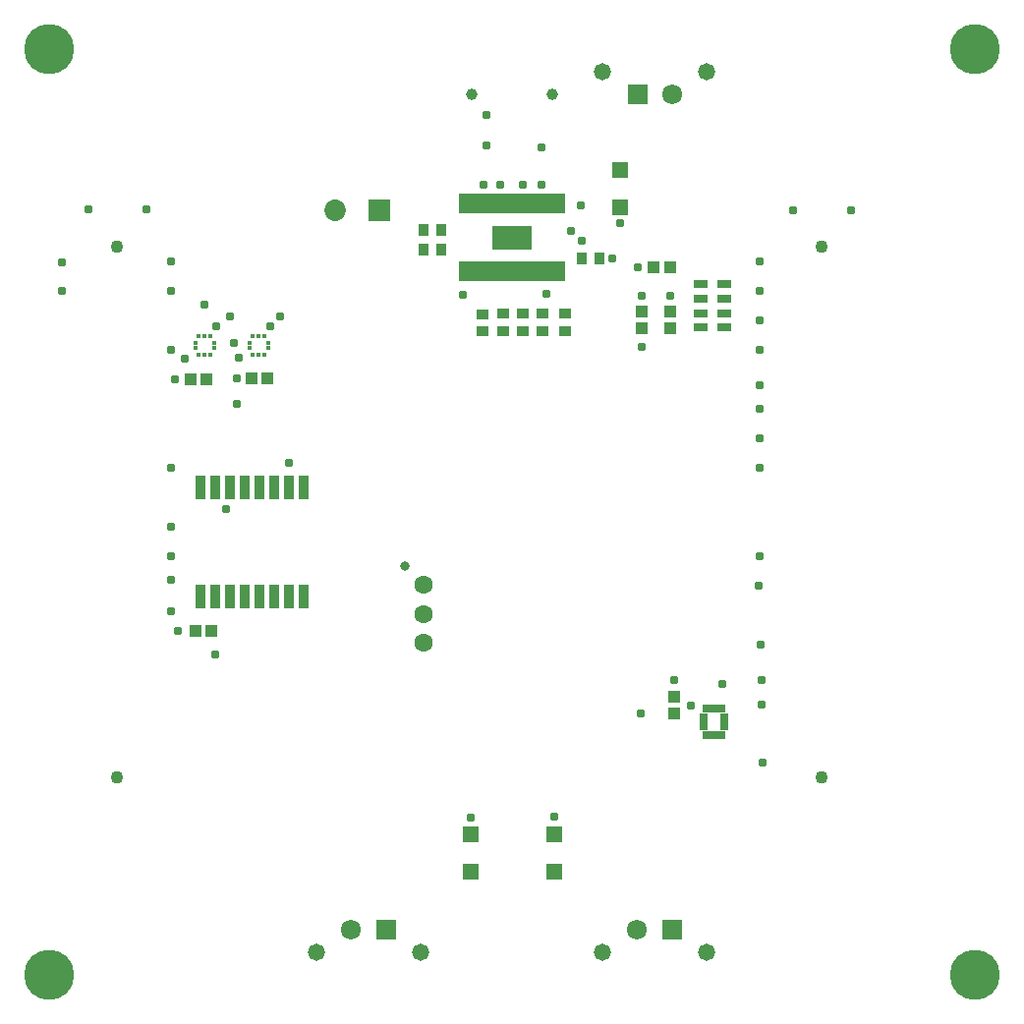
<source format=gts>
G04*
G04 #@! TF.GenerationSoftware,Altium Limited,Altium Designer,24.0.1 (36)*
G04*
G04 Layer_Color=8388736*
%FSLAX25Y25*%
%MOIN*%
G70*
G04*
G04 #@! TF.SameCoordinates,8111244A-D8C8-47A8-AF56-D19D7FDA50C5*
G04*
G04*
G04 #@! TF.FilePolarity,Negative*
G04*
G01*
G75*
%ADD28R,0.01778X0.01581*%
%ADD29R,0.01581X0.01778*%
%ADD30R,0.02178X0.03064*%
%ADD31R,0.03064X0.02178*%
%ADD32R,0.04343X0.03950*%
%ADD33R,0.03556X0.04343*%
%ADD34R,0.02572X0.06607*%
%ADD35R,0.13398X0.08280*%
%ADD36R,0.04343X0.03556*%
%ADD37R,0.05603X0.05209*%
%ADD38R,0.03950X0.04343*%
%ADD39R,0.03556X0.08398*%
%ADD40R,0.04540X0.02965*%
%ADD41C,0.04304*%
%ADD42C,0.06312*%
%ADD43C,0.03162*%
%ADD44R,0.07296X0.07296*%
%ADD45C,0.07296*%
%ADD46C,0.05800*%
%ADD47C,0.06784*%
%ADD48R,0.06784X0.06784*%
%ADD49C,0.03950*%
%ADD50C,0.17000*%
%ADD51C,0.03100*%
D28*
X69450Y232416D02*
D03*
X75750D02*
D03*
Y234384D02*
D03*
X94100Y232416D02*
D03*
Y234384D02*
D03*
X87801D02*
D03*
Y232416D02*
D03*
X69450Y234384D02*
D03*
D29*
X70631Y230250D02*
D03*
X72600D02*
D03*
X74568D02*
D03*
Y236550D02*
D03*
X72600D02*
D03*
X70631D02*
D03*
X92919D02*
D03*
X90950D02*
D03*
X88982D02*
D03*
Y230250D02*
D03*
X90950D02*
D03*
X92919D02*
D03*
D30*
X248353Y110279D02*
D03*
X246384D02*
D03*
X244416D02*
D03*
X242447D02*
D03*
Y101121D02*
D03*
X244416D02*
D03*
X246384D02*
D03*
X248353D02*
D03*
D31*
X241806Y107668D02*
D03*
Y105700D02*
D03*
Y103732D02*
D03*
X248994D02*
D03*
Y105700D02*
D03*
Y107668D02*
D03*
D32*
X232000Y114184D02*
D03*
Y108672D02*
D03*
X220800Y239244D02*
D03*
Y244756D02*
D03*
X230656Y239244D02*
D03*
Y244756D02*
D03*
D33*
X200647Y262764D02*
D03*
X206553D02*
D03*
X152853Y266000D02*
D03*
X146947D02*
D03*
X152853Y272500D02*
D03*
X146947D02*
D03*
D34*
X160166Y258481D02*
D03*
X162725D02*
D03*
X165284D02*
D03*
X167843D02*
D03*
X170402D02*
D03*
X172961D02*
D03*
X175521D02*
D03*
X178079D02*
D03*
X180639D02*
D03*
X183198D02*
D03*
X185757D02*
D03*
X188316D02*
D03*
X190875D02*
D03*
X193434D02*
D03*
Y281614D02*
D03*
X190875D02*
D03*
X188316D02*
D03*
X185757D02*
D03*
X183198D02*
D03*
X180639D02*
D03*
X178079D02*
D03*
X175521D02*
D03*
X172961D02*
D03*
X170402D02*
D03*
X167843D02*
D03*
X165284D02*
D03*
X162725D02*
D03*
X160166D02*
D03*
D35*
X176800Y270048D02*
D03*
D36*
X187322Y244153D02*
D03*
Y238247D02*
D03*
X166800Y244053D02*
D03*
Y238147D02*
D03*
X174000Y244153D02*
D03*
Y238247D02*
D03*
X180639Y244153D02*
D03*
Y238247D02*
D03*
X194800Y244153D02*
D03*
Y238247D02*
D03*
D37*
X191300Y54801D02*
D03*
Y67399D02*
D03*
X213700Y292799D02*
D03*
Y280201D02*
D03*
X162800Y54801D02*
D03*
Y67399D02*
D03*
D38*
X69444Y136700D02*
D03*
X74956D02*
D03*
X224944Y259800D02*
D03*
X230456D02*
D03*
X88485Y222153D02*
D03*
X93997D02*
D03*
X73387Y221800D02*
D03*
X67876D02*
D03*
D39*
X71100Y148157D02*
D03*
X76100D02*
D03*
X81100D02*
D03*
X86100D02*
D03*
X91100D02*
D03*
X96100D02*
D03*
X101100D02*
D03*
X106100D02*
D03*
Y185243D02*
D03*
X101100D02*
D03*
X96100D02*
D03*
X91100D02*
D03*
X86100D02*
D03*
X81100D02*
D03*
X76100D02*
D03*
X71100D02*
D03*
D40*
X248935Y239418D02*
D03*
Y244339D02*
D03*
Y254182D02*
D03*
Y249261D02*
D03*
X240865Y239418D02*
D03*
Y244339D02*
D03*
Y249261D02*
D03*
Y254182D02*
D03*
D41*
X282000Y86800D02*
D03*
Y266800D02*
D03*
X43000D02*
D03*
Y86800D02*
D03*
D42*
X147000Y152192D02*
D03*
Y142350D02*
D03*
Y132507D02*
D03*
D43*
X140701Y158492D02*
D03*
D44*
X132000Y279300D02*
D03*
D45*
X117000D02*
D03*
D46*
X207578Y27483D02*
D03*
X243011D02*
D03*
X243022Y326217D02*
D03*
X207589D02*
D03*
X146011Y27483D02*
D03*
X110578D02*
D03*
D47*
X219389Y35200D02*
D03*
X231211Y318500D02*
D03*
X122389Y35200D02*
D03*
D48*
X231200D02*
D03*
X219400Y318500D02*
D03*
X134200Y35200D02*
D03*
D49*
X190539Y318655D02*
D03*
X163138D02*
D03*
D50*
X20000Y20000D02*
D03*
X334000D02*
D03*
Y334000D02*
D03*
X20000D02*
D03*
D51*
X81183Y243337D02*
D03*
X94994Y239806D02*
D03*
X76643Y239750D02*
D03*
X98385Y243337D02*
D03*
X186746Y300531D02*
D03*
X210975Y262764D02*
D03*
X196751Y272343D02*
D03*
X200684Y268951D02*
D03*
X167066Y287939D02*
D03*
X186975Y288026D02*
D03*
X191200Y73500D02*
D03*
X162800Y73385D02*
D03*
X213700Y275000D02*
D03*
X261361Y131739D02*
D03*
X261408Y119800D02*
D03*
Y111606D02*
D03*
X261836Y91800D02*
D03*
X237606Y111373D02*
D03*
X84223Y229284D02*
D03*
X65907Y229035D02*
D03*
X260714Y151764D02*
D03*
X260839Y161800D02*
D03*
X188540Y251028D02*
D03*
X160159Y250397D02*
D03*
X33059Y279500D02*
D03*
X168071Y301332D02*
D03*
X291941Y279300D02*
D03*
X272059D02*
D03*
X52952Y279436D02*
D03*
X180639Y288026D02*
D03*
X172961Y287976D02*
D03*
X232000Y119800D02*
D03*
X220672Y108544D02*
D03*
X63536Y136700D02*
D03*
X80028Y177800D02*
D03*
X76100Y128500D02*
D03*
X101078Y193400D02*
D03*
X62604Y221800D02*
D03*
X83618Y222153D02*
D03*
X219582Y259800D02*
D03*
X230656Y250100D02*
D03*
X220800D02*
D03*
X220800Y233020D02*
D03*
X168071Y311542D02*
D03*
X260839Y219800D02*
D03*
X61386Y251800D02*
D03*
Y161800D02*
D03*
Y153800D02*
D03*
X248353Y118582D02*
D03*
X83618Y213700D02*
D03*
X72600Y247278D02*
D03*
X24118Y261597D02*
D03*
X260900Y191800D02*
D03*
X260839Y201800D02*
D03*
Y211800D02*
D03*
X82400Y234300D02*
D03*
X260864Y231832D02*
D03*
Y241950D02*
D03*
X260764Y251793D02*
D03*
X260839Y261800D02*
D03*
X61386Y143373D02*
D03*
Y191800D02*
D03*
Y171800D02*
D03*
X24100Y251800D02*
D03*
X61386Y231800D02*
D03*
Y261800D02*
D03*
X200300Y280767D02*
D03*
M02*

</source>
